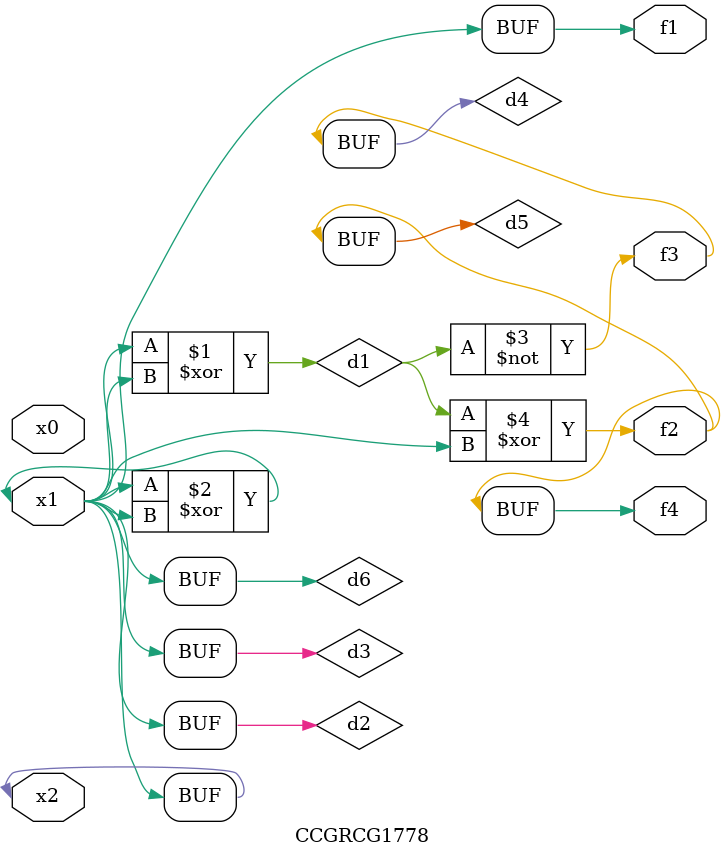
<source format=v>
module CCGRCG1778(
	input x0, x1, x2,
	output f1, f2, f3, f4
);

	wire d1, d2, d3, d4, d5, d6;

	xor (d1, x1, x2);
	buf (d2, x1, x2);
	xor (d3, x1, x2);
	nor (d4, d1);
	xor (d5, d1, d2);
	buf (d6, d2, d3);
	assign f1 = d6;
	assign f2 = d5;
	assign f3 = d4;
	assign f4 = d5;
endmodule

</source>
